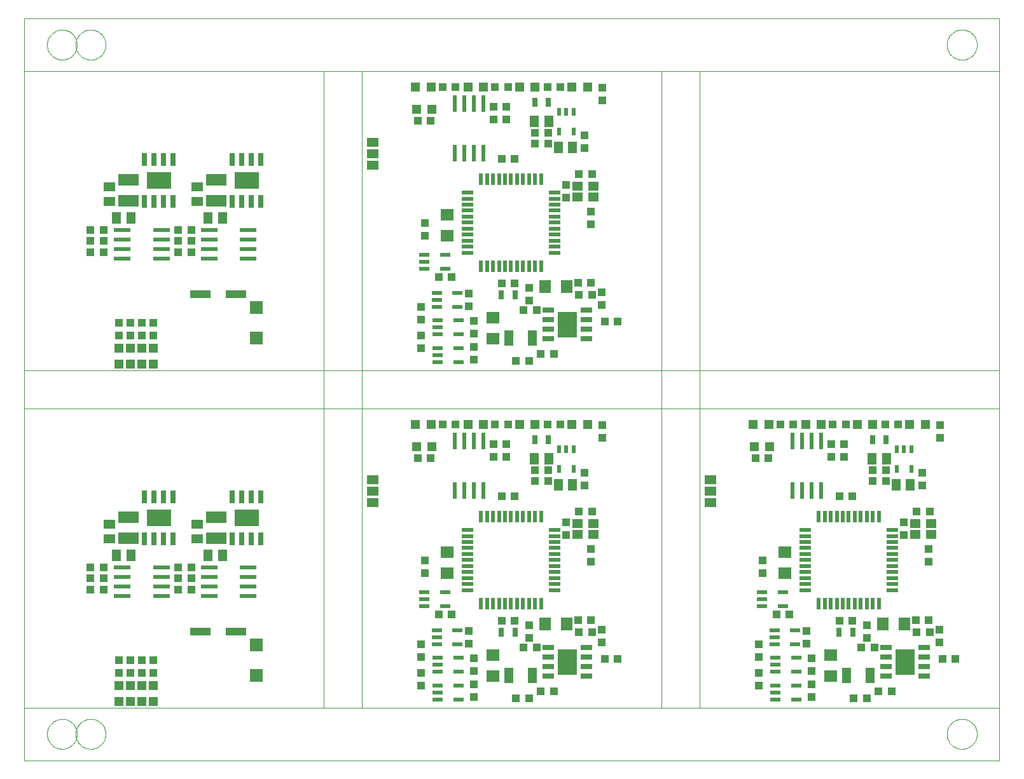
<source format=gbr>
G75*
%MOIN*%
%OFA0B0*%
%FSLAX24Y24*%
%IPPOS*%
%LPD*%
%AMOC8*
5,1,8,0,0,1.08239X$1,22.5*
%
%ADD10C,0.0010*%
%ADD11C,0.0000*%
%ADD12R,0.0591X0.0197*%
%ADD13R,0.0197X0.0591*%
%ADD14R,0.0394X0.0433*%
%ADD15R,0.0433X0.0394*%
%ADD16R,0.0512X0.0591*%
%ADD17R,0.0236X0.0866*%
%ADD18R,0.0709X0.0630*%
%ADD19R,0.0315X0.0472*%
%ADD20R,0.0472X0.0472*%
%ADD21R,0.0630X0.0460*%
%ADD22R,0.0240X0.0390*%
%ADD23R,0.0593X0.0316*%
%ADD24R,0.1029X0.1378*%
%ADD25R,0.0630X0.0709*%
%ADD26R,0.0472X0.0787*%
%ADD27R,0.0551X0.0472*%
%ADD28R,0.0520X0.0220*%
%ADD29R,0.0669X0.0709*%
%ADD30R,0.0256X0.0689*%
%ADD31R,0.1260X0.0906*%
%ADD32R,0.0630X0.0512*%
%ADD33R,0.0866X0.0236*%
%ADD34R,0.1063X0.0630*%
%ADD35R,0.1102X0.0394*%
%ADD36R,0.0512X0.0630*%
D10*
X000233Y000105D02*
X000233Y002865D01*
X035633Y002865D01*
X035633Y018565D01*
X035633Y020565D01*
X035633Y036265D01*
X051333Y036265D01*
X051333Y020565D01*
X035633Y020565D01*
X033633Y020565D01*
X033633Y018565D01*
X035633Y018565D01*
X051333Y018565D01*
X051333Y020565D01*
X051333Y018565D02*
X051333Y002865D01*
X051333Y000105D01*
X000233Y000105D01*
X000233Y002865D02*
X000233Y018565D01*
X015933Y018565D01*
X015933Y020565D01*
X000233Y020565D01*
X000233Y018565D01*
X000233Y020565D02*
X000233Y036265D01*
X000233Y039025D01*
X000233Y036265D02*
X000233Y036265D01*
X015933Y036265D01*
X035633Y036265D01*
X033633Y036265D02*
X033633Y020565D01*
X017933Y020565D01*
X017933Y018575D01*
X017933Y018565D02*
X015933Y018565D01*
X015933Y002865D01*
X000233Y002865D01*
X017933Y002865D02*
X017933Y018565D01*
X033633Y018565D01*
X033633Y002865D01*
X017933Y002865D01*
X035633Y002865D02*
X051333Y002865D01*
X017933Y020565D02*
X015933Y020565D01*
X015933Y036265D01*
X017933Y036265D02*
X033633Y036265D01*
X017933Y036265D02*
X017933Y020565D01*
X051333Y036265D02*
X051333Y039025D01*
D11*
X000233Y039025D01*
X001416Y037645D02*
X001418Y037701D01*
X001424Y037756D01*
X001434Y037810D01*
X001447Y037864D01*
X001465Y037917D01*
X001486Y037968D01*
X001510Y038018D01*
X001538Y038066D01*
X001570Y038112D01*
X001604Y038156D01*
X001642Y038197D01*
X001682Y038235D01*
X001725Y038270D01*
X001770Y038302D01*
X001818Y038331D01*
X001867Y038357D01*
X001918Y038379D01*
X001970Y038397D01*
X002024Y038411D01*
X002079Y038422D01*
X002134Y038429D01*
X002189Y038432D01*
X002245Y038431D01*
X002300Y038426D01*
X002355Y038417D01*
X002409Y038405D01*
X002462Y038388D01*
X002514Y038368D01*
X002564Y038344D01*
X002612Y038317D01*
X002659Y038287D01*
X002703Y038253D01*
X002745Y038216D01*
X002783Y038176D01*
X002820Y038134D01*
X002853Y038089D01*
X002882Y038043D01*
X002909Y037994D01*
X002931Y037943D01*
X002951Y037891D01*
X002966Y037837D01*
X002978Y037783D01*
X002986Y037728D01*
X002990Y037673D01*
X002990Y037617D01*
X002986Y037562D01*
X002978Y037507D01*
X002966Y037453D01*
X002951Y037399D01*
X002931Y037347D01*
X002909Y037296D01*
X002882Y037247D01*
X002853Y037201D01*
X002820Y037156D01*
X002783Y037114D01*
X002745Y037074D01*
X002703Y037037D01*
X002659Y037003D01*
X002612Y036973D01*
X002564Y036946D01*
X002514Y036922D01*
X002462Y036902D01*
X002409Y036885D01*
X002355Y036873D01*
X002300Y036864D01*
X002245Y036859D01*
X002189Y036858D01*
X002134Y036861D01*
X002079Y036868D01*
X002024Y036879D01*
X001970Y036893D01*
X001918Y036911D01*
X001867Y036933D01*
X001818Y036959D01*
X001770Y036988D01*
X001725Y037020D01*
X001682Y037055D01*
X001642Y037093D01*
X001604Y037134D01*
X001570Y037178D01*
X001538Y037224D01*
X001510Y037272D01*
X001486Y037322D01*
X001465Y037373D01*
X001447Y037426D01*
X001434Y037480D01*
X001424Y037534D01*
X001418Y037589D01*
X001416Y037645D01*
X002912Y037645D02*
X002914Y037701D01*
X002920Y037756D01*
X002930Y037810D01*
X002943Y037864D01*
X002961Y037917D01*
X002982Y037968D01*
X003006Y038018D01*
X003034Y038066D01*
X003066Y038112D01*
X003100Y038156D01*
X003138Y038197D01*
X003178Y038235D01*
X003221Y038270D01*
X003266Y038302D01*
X003314Y038331D01*
X003363Y038357D01*
X003414Y038379D01*
X003466Y038397D01*
X003520Y038411D01*
X003575Y038422D01*
X003630Y038429D01*
X003685Y038432D01*
X003741Y038431D01*
X003796Y038426D01*
X003851Y038417D01*
X003905Y038405D01*
X003958Y038388D01*
X004010Y038368D01*
X004060Y038344D01*
X004108Y038317D01*
X004155Y038287D01*
X004199Y038253D01*
X004241Y038216D01*
X004279Y038176D01*
X004316Y038134D01*
X004349Y038089D01*
X004378Y038043D01*
X004405Y037994D01*
X004427Y037943D01*
X004447Y037891D01*
X004462Y037837D01*
X004474Y037783D01*
X004482Y037728D01*
X004486Y037673D01*
X004486Y037617D01*
X004482Y037562D01*
X004474Y037507D01*
X004462Y037453D01*
X004447Y037399D01*
X004427Y037347D01*
X004405Y037296D01*
X004378Y037247D01*
X004349Y037201D01*
X004316Y037156D01*
X004279Y037114D01*
X004241Y037074D01*
X004199Y037037D01*
X004155Y037003D01*
X004108Y036973D01*
X004060Y036946D01*
X004010Y036922D01*
X003958Y036902D01*
X003905Y036885D01*
X003851Y036873D01*
X003796Y036864D01*
X003741Y036859D01*
X003685Y036858D01*
X003630Y036861D01*
X003575Y036868D01*
X003520Y036879D01*
X003466Y036893D01*
X003414Y036911D01*
X003363Y036933D01*
X003314Y036959D01*
X003266Y036988D01*
X003221Y037020D01*
X003178Y037055D01*
X003138Y037093D01*
X003100Y037134D01*
X003066Y037178D01*
X003034Y037224D01*
X003006Y037272D01*
X002982Y037322D01*
X002961Y037373D01*
X002943Y037426D01*
X002930Y037480D01*
X002920Y037534D01*
X002914Y037589D01*
X002912Y037645D01*
X048577Y037645D02*
X048579Y037701D01*
X048585Y037756D01*
X048595Y037810D01*
X048608Y037864D01*
X048626Y037917D01*
X048647Y037968D01*
X048671Y038018D01*
X048699Y038066D01*
X048731Y038112D01*
X048765Y038156D01*
X048803Y038197D01*
X048843Y038235D01*
X048886Y038270D01*
X048931Y038302D01*
X048979Y038331D01*
X049028Y038357D01*
X049079Y038379D01*
X049131Y038397D01*
X049185Y038411D01*
X049240Y038422D01*
X049295Y038429D01*
X049350Y038432D01*
X049406Y038431D01*
X049461Y038426D01*
X049516Y038417D01*
X049570Y038405D01*
X049623Y038388D01*
X049675Y038368D01*
X049725Y038344D01*
X049773Y038317D01*
X049820Y038287D01*
X049864Y038253D01*
X049906Y038216D01*
X049944Y038176D01*
X049981Y038134D01*
X050014Y038089D01*
X050043Y038043D01*
X050070Y037994D01*
X050092Y037943D01*
X050112Y037891D01*
X050127Y037837D01*
X050139Y037783D01*
X050147Y037728D01*
X050151Y037673D01*
X050151Y037617D01*
X050147Y037562D01*
X050139Y037507D01*
X050127Y037453D01*
X050112Y037399D01*
X050092Y037347D01*
X050070Y037296D01*
X050043Y037247D01*
X050014Y037201D01*
X049981Y037156D01*
X049944Y037114D01*
X049906Y037074D01*
X049864Y037037D01*
X049820Y037003D01*
X049773Y036973D01*
X049725Y036946D01*
X049675Y036922D01*
X049623Y036902D01*
X049570Y036885D01*
X049516Y036873D01*
X049461Y036864D01*
X049406Y036859D01*
X049350Y036858D01*
X049295Y036861D01*
X049240Y036868D01*
X049185Y036879D01*
X049131Y036893D01*
X049079Y036911D01*
X049028Y036933D01*
X048979Y036959D01*
X048931Y036988D01*
X048886Y037020D01*
X048843Y037055D01*
X048803Y037093D01*
X048765Y037134D01*
X048731Y037178D01*
X048699Y037224D01*
X048671Y037272D01*
X048647Y037322D01*
X048626Y037373D01*
X048608Y037426D01*
X048595Y037480D01*
X048585Y037534D01*
X048579Y037589D01*
X048577Y037645D01*
X048577Y001489D02*
X048579Y001545D01*
X048585Y001600D01*
X048595Y001654D01*
X048608Y001708D01*
X048626Y001761D01*
X048647Y001812D01*
X048671Y001862D01*
X048699Y001910D01*
X048731Y001956D01*
X048765Y002000D01*
X048803Y002041D01*
X048843Y002079D01*
X048886Y002114D01*
X048931Y002146D01*
X048979Y002175D01*
X049028Y002201D01*
X049079Y002223D01*
X049131Y002241D01*
X049185Y002255D01*
X049240Y002266D01*
X049295Y002273D01*
X049350Y002276D01*
X049406Y002275D01*
X049461Y002270D01*
X049516Y002261D01*
X049570Y002249D01*
X049623Y002232D01*
X049675Y002212D01*
X049725Y002188D01*
X049773Y002161D01*
X049820Y002131D01*
X049864Y002097D01*
X049906Y002060D01*
X049944Y002020D01*
X049981Y001978D01*
X050014Y001933D01*
X050043Y001887D01*
X050070Y001838D01*
X050092Y001787D01*
X050112Y001735D01*
X050127Y001681D01*
X050139Y001627D01*
X050147Y001572D01*
X050151Y001517D01*
X050151Y001461D01*
X050147Y001406D01*
X050139Y001351D01*
X050127Y001297D01*
X050112Y001243D01*
X050092Y001191D01*
X050070Y001140D01*
X050043Y001091D01*
X050014Y001045D01*
X049981Y001000D01*
X049944Y000958D01*
X049906Y000918D01*
X049864Y000881D01*
X049820Y000847D01*
X049773Y000817D01*
X049725Y000790D01*
X049675Y000766D01*
X049623Y000746D01*
X049570Y000729D01*
X049516Y000717D01*
X049461Y000708D01*
X049406Y000703D01*
X049350Y000702D01*
X049295Y000705D01*
X049240Y000712D01*
X049185Y000723D01*
X049131Y000737D01*
X049079Y000755D01*
X049028Y000777D01*
X048979Y000803D01*
X048931Y000832D01*
X048886Y000864D01*
X048843Y000899D01*
X048803Y000937D01*
X048765Y000978D01*
X048731Y001022D01*
X048699Y001068D01*
X048671Y001116D01*
X048647Y001166D01*
X048626Y001217D01*
X048608Y001270D01*
X048595Y001324D01*
X048585Y001378D01*
X048579Y001433D01*
X048577Y001489D01*
X002912Y001489D02*
X002914Y001545D01*
X002920Y001600D01*
X002930Y001654D01*
X002943Y001708D01*
X002961Y001761D01*
X002982Y001812D01*
X003006Y001862D01*
X003034Y001910D01*
X003066Y001956D01*
X003100Y002000D01*
X003138Y002041D01*
X003178Y002079D01*
X003221Y002114D01*
X003266Y002146D01*
X003314Y002175D01*
X003363Y002201D01*
X003414Y002223D01*
X003466Y002241D01*
X003520Y002255D01*
X003575Y002266D01*
X003630Y002273D01*
X003685Y002276D01*
X003741Y002275D01*
X003796Y002270D01*
X003851Y002261D01*
X003905Y002249D01*
X003958Y002232D01*
X004010Y002212D01*
X004060Y002188D01*
X004108Y002161D01*
X004155Y002131D01*
X004199Y002097D01*
X004241Y002060D01*
X004279Y002020D01*
X004316Y001978D01*
X004349Y001933D01*
X004378Y001887D01*
X004405Y001838D01*
X004427Y001787D01*
X004447Y001735D01*
X004462Y001681D01*
X004474Y001627D01*
X004482Y001572D01*
X004486Y001517D01*
X004486Y001461D01*
X004482Y001406D01*
X004474Y001351D01*
X004462Y001297D01*
X004447Y001243D01*
X004427Y001191D01*
X004405Y001140D01*
X004378Y001091D01*
X004349Y001045D01*
X004316Y001000D01*
X004279Y000958D01*
X004241Y000918D01*
X004199Y000881D01*
X004155Y000847D01*
X004108Y000817D01*
X004060Y000790D01*
X004010Y000766D01*
X003958Y000746D01*
X003905Y000729D01*
X003851Y000717D01*
X003796Y000708D01*
X003741Y000703D01*
X003685Y000702D01*
X003630Y000705D01*
X003575Y000712D01*
X003520Y000723D01*
X003466Y000737D01*
X003414Y000755D01*
X003363Y000777D01*
X003314Y000803D01*
X003266Y000832D01*
X003221Y000864D01*
X003178Y000899D01*
X003138Y000937D01*
X003100Y000978D01*
X003066Y001022D01*
X003034Y001068D01*
X003006Y001116D01*
X002982Y001166D01*
X002961Y001217D01*
X002943Y001270D01*
X002930Y001324D01*
X002920Y001378D01*
X002914Y001433D01*
X002912Y001489D01*
X001416Y001489D02*
X001418Y001545D01*
X001424Y001600D01*
X001434Y001654D01*
X001447Y001708D01*
X001465Y001761D01*
X001486Y001812D01*
X001510Y001862D01*
X001538Y001910D01*
X001570Y001956D01*
X001604Y002000D01*
X001642Y002041D01*
X001682Y002079D01*
X001725Y002114D01*
X001770Y002146D01*
X001818Y002175D01*
X001867Y002201D01*
X001918Y002223D01*
X001970Y002241D01*
X002024Y002255D01*
X002079Y002266D01*
X002134Y002273D01*
X002189Y002276D01*
X002245Y002275D01*
X002300Y002270D01*
X002355Y002261D01*
X002409Y002249D01*
X002462Y002232D01*
X002514Y002212D01*
X002564Y002188D01*
X002612Y002161D01*
X002659Y002131D01*
X002703Y002097D01*
X002745Y002060D01*
X002783Y002020D01*
X002820Y001978D01*
X002853Y001933D01*
X002882Y001887D01*
X002909Y001838D01*
X002931Y001787D01*
X002951Y001735D01*
X002966Y001681D01*
X002978Y001627D01*
X002986Y001572D01*
X002990Y001517D01*
X002990Y001461D01*
X002986Y001406D01*
X002978Y001351D01*
X002966Y001297D01*
X002951Y001243D01*
X002931Y001191D01*
X002909Y001140D01*
X002882Y001091D01*
X002853Y001045D01*
X002820Y001000D01*
X002783Y000958D01*
X002745Y000918D01*
X002703Y000881D01*
X002659Y000847D01*
X002612Y000817D01*
X002564Y000790D01*
X002514Y000766D01*
X002462Y000746D01*
X002409Y000729D01*
X002355Y000717D01*
X002300Y000708D01*
X002245Y000703D01*
X002189Y000702D01*
X002134Y000705D01*
X002079Y000712D01*
X002024Y000723D01*
X001970Y000737D01*
X001918Y000755D01*
X001867Y000777D01*
X001818Y000803D01*
X001770Y000832D01*
X001725Y000864D01*
X001682Y000899D01*
X001642Y000937D01*
X001604Y000978D01*
X001570Y001022D01*
X001538Y001068D01*
X001510Y001116D01*
X001486Y001166D01*
X001465Y001217D01*
X001447Y001270D01*
X001434Y001324D01*
X001424Y001378D01*
X001418Y001433D01*
X001416Y001489D01*
D12*
X023450Y009040D03*
X023450Y009355D03*
X023450Y009670D03*
X023450Y009985D03*
X023450Y010300D03*
X023450Y010615D03*
X023450Y010930D03*
X023450Y011245D03*
X023450Y011560D03*
X023450Y011875D03*
X023450Y012190D03*
X028017Y012190D03*
X028017Y011875D03*
X028017Y011560D03*
X028017Y011245D03*
X028017Y010930D03*
X028017Y010615D03*
X028017Y010300D03*
X028017Y009985D03*
X028017Y009670D03*
X028017Y009355D03*
X028017Y009040D03*
X041150Y009040D03*
X041150Y009355D03*
X041150Y009670D03*
X041150Y009985D03*
X041150Y010300D03*
X041150Y010615D03*
X041150Y010930D03*
X041150Y011245D03*
X041150Y011560D03*
X041150Y011875D03*
X041150Y012190D03*
X045717Y012190D03*
X045717Y011875D03*
X045717Y011560D03*
X045717Y011245D03*
X045717Y010930D03*
X045717Y010615D03*
X045717Y010300D03*
X045717Y009985D03*
X045717Y009670D03*
X045717Y009355D03*
X045717Y009040D03*
X028017Y026740D03*
X028017Y027055D03*
X028017Y027370D03*
X028017Y027685D03*
X028017Y028000D03*
X028017Y028315D03*
X028017Y028630D03*
X028017Y028945D03*
X028017Y029260D03*
X028017Y029575D03*
X028017Y029890D03*
X023450Y029890D03*
X023450Y029575D03*
X023450Y029260D03*
X023450Y028945D03*
X023450Y028630D03*
X023450Y028315D03*
X023450Y028000D03*
X023450Y027685D03*
X023450Y027370D03*
X023450Y027055D03*
X023450Y026740D03*
D13*
X024159Y026032D03*
X024473Y026032D03*
X024788Y026032D03*
X025103Y026032D03*
X025418Y026032D03*
X025733Y026032D03*
X026048Y026032D03*
X026363Y026032D03*
X026678Y026032D03*
X026993Y026032D03*
X027308Y026032D03*
X027308Y030598D03*
X026993Y030598D03*
X026678Y030598D03*
X026363Y030598D03*
X026048Y030598D03*
X025733Y030598D03*
X025418Y030598D03*
X025103Y030598D03*
X024788Y030598D03*
X024473Y030598D03*
X024159Y030598D03*
X024159Y012898D03*
X024473Y012898D03*
X024788Y012898D03*
X025103Y012898D03*
X025418Y012898D03*
X025733Y012898D03*
X026048Y012898D03*
X026363Y012898D03*
X026678Y012898D03*
X026993Y012898D03*
X027308Y012898D03*
X027308Y008332D03*
X026993Y008332D03*
X026678Y008332D03*
X026363Y008332D03*
X026048Y008332D03*
X025733Y008332D03*
X025418Y008332D03*
X025103Y008332D03*
X024788Y008332D03*
X024473Y008332D03*
X024159Y008332D03*
X041859Y008332D03*
X042173Y008332D03*
X042488Y008332D03*
X042803Y008332D03*
X043118Y008332D03*
X043433Y008332D03*
X043748Y008332D03*
X044063Y008332D03*
X044378Y008332D03*
X044693Y008332D03*
X045008Y008332D03*
X045008Y012898D03*
X044693Y012898D03*
X044378Y012898D03*
X044063Y012898D03*
X043748Y012898D03*
X043433Y012898D03*
X043118Y012898D03*
X042803Y012898D03*
X042488Y012898D03*
X042173Y012898D03*
X041859Y012898D03*
D14*
X044699Y014765D03*
X045368Y014765D03*
X046333Y012600D03*
X046333Y011930D03*
X047633Y011200D03*
X047633Y010530D03*
X047618Y007465D03*
X046949Y007465D03*
X048183Y006950D03*
X048183Y006280D03*
X048349Y005415D03*
X049018Y005415D03*
X045668Y003715D03*
X044999Y003715D03*
X044368Y003365D03*
X043699Y003365D03*
X041483Y003430D03*
X041483Y004100D03*
X041483Y004780D03*
X041483Y005450D03*
X041233Y006230D03*
X041233Y006900D03*
X038933Y009930D03*
X038933Y010600D03*
X039218Y015965D03*
X038549Y015965D03*
X039849Y017715D03*
X040518Y017715D03*
X042599Y017715D03*
X043268Y017715D03*
X045349Y017715D03*
X046018Y017715D03*
X031318Y023115D03*
X030649Y023115D03*
X030483Y023980D03*
X030483Y024650D03*
X029918Y025165D03*
X029249Y025165D03*
X029933Y028230D03*
X029933Y028900D03*
X028633Y029630D03*
X028633Y030300D03*
X027668Y032465D03*
X026999Y032465D03*
X027649Y035415D03*
X028318Y035415D03*
X025568Y035415D03*
X024899Y035415D03*
X022818Y035415D03*
X022149Y035415D03*
X021518Y033665D03*
X020849Y033665D03*
X021233Y028300D03*
X021233Y027630D03*
X023533Y024600D03*
X023533Y023930D03*
X023783Y023150D03*
X023783Y022480D03*
X023783Y021800D03*
X023783Y021130D03*
X025999Y021065D03*
X026668Y021065D03*
X027299Y021415D03*
X027968Y021415D03*
X027649Y017715D03*
X028318Y017715D03*
X025568Y017715D03*
X024899Y017715D03*
X022818Y017715D03*
X022149Y017715D03*
X021518Y015965D03*
X020849Y015965D03*
X026999Y014765D03*
X027668Y014765D03*
X028633Y012600D03*
X028633Y011930D03*
X029933Y011200D03*
X029933Y010530D03*
X029918Y007465D03*
X030483Y006950D03*
X030483Y006280D03*
X030649Y005415D03*
X031318Y005415D03*
X029249Y007465D03*
X027968Y003715D03*
X027299Y003715D03*
X026668Y003365D03*
X025999Y003365D03*
X023783Y003430D03*
X023783Y004100D03*
X023783Y004780D03*
X023783Y005450D03*
X023533Y006230D03*
X023533Y006900D03*
X021233Y009930D03*
X021233Y010600D03*
X008968Y009665D03*
X008968Y009065D03*
X008299Y009065D03*
X008299Y009665D03*
X004368Y009665D03*
X004368Y009065D03*
X003699Y009065D03*
X003699Y009665D03*
X003699Y026765D03*
X003699Y027365D03*
X004368Y027365D03*
X004368Y026765D03*
X008299Y026765D03*
X008968Y026765D03*
X008968Y027365D03*
X008299Y027365D03*
D15*
X008299Y027915D03*
X008968Y027915D03*
X004368Y027915D03*
X003699Y027915D03*
X005183Y023050D03*
X005783Y023050D03*
X006383Y023050D03*
X006983Y023050D03*
X006983Y022380D03*
X006383Y022380D03*
X005783Y022380D03*
X005183Y022380D03*
X021033Y022400D03*
X021033Y021730D03*
X021033Y023230D03*
X021033Y023900D03*
X021949Y025465D03*
X022618Y025465D03*
X025249Y025115D03*
X025918Y025115D03*
X026683Y024900D03*
X026683Y024230D03*
X026399Y023715D03*
X027068Y023715D03*
X029299Y024515D03*
X029968Y024515D03*
X029968Y030865D03*
X029299Y030865D03*
X029583Y032230D03*
X029583Y032900D03*
X027668Y033015D03*
X026999Y033015D03*
X025483Y033730D03*
X024833Y033730D03*
X024833Y034400D03*
X025483Y034400D03*
X025249Y031665D03*
X025918Y031665D03*
X030533Y034730D03*
X030533Y035400D03*
X030533Y017700D03*
X030533Y017030D03*
X029583Y015200D03*
X029583Y014530D03*
X029299Y013165D03*
X029968Y013165D03*
X027668Y015315D03*
X026999Y015315D03*
X025483Y016030D03*
X024833Y016030D03*
X024833Y016700D03*
X025483Y016700D03*
X025249Y013965D03*
X025918Y013965D03*
X022618Y007765D03*
X021949Y007765D03*
X021033Y006200D03*
X021033Y005530D03*
X021033Y004700D03*
X021033Y004030D03*
X025249Y007415D03*
X025918Y007415D03*
X026683Y007200D03*
X026683Y006530D03*
X026399Y006015D03*
X027068Y006015D03*
X029299Y006815D03*
X029968Y006815D03*
X038733Y006200D03*
X038733Y005530D03*
X038733Y004700D03*
X038733Y004030D03*
X042949Y007415D03*
X043618Y007415D03*
X044383Y007200D03*
X044383Y006530D03*
X044099Y006015D03*
X044768Y006015D03*
X046999Y006815D03*
X047668Y006815D03*
X040318Y007765D03*
X039649Y007765D03*
X046999Y013165D03*
X047668Y013165D03*
X047283Y014530D03*
X047283Y015200D03*
X045368Y015315D03*
X044699Y015315D03*
X043183Y016030D03*
X042533Y016030D03*
X042533Y016700D03*
X043183Y016700D03*
X042949Y013965D03*
X043618Y013965D03*
X048233Y017030D03*
X048233Y017700D03*
X008968Y010215D03*
X008299Y010215D03*
X004368Y010215D03*
X003699Y010215D03*
X005183Y005350D03*
X005783Y005350D03*
X006383Y005350D03*
X006983Y005350D03*
X006983Y004680D03*
X006383Y004680D03*
X005783Y004680D03*
X005183Y004680D03*
D16*
X026959Y015915D03*
X027707Y015915D03*
X028209Y014565D03*
X028957Y014565D03*
X044659Y015915D03*
X045407Y015915D03*
X045909Y014565D03*
X046657Y014565D03*
X028957Y032265D03*
X028209Y032265D03*
X027707Y033615D03*
X026959Y033615D03*
D17*
X024283Y034576D03*
X023783Y034576D03*
X023283Y034576D03*
X022783Y034576D03*
X022783Y031954D03*
X023283Y031954D03*
X023783Y031954D03*
X024283Y031954D03*
X024283Y016876D03*
X023783Y016876D03*
X023283Y016876D03*
X022783Y016876D03*
X022783Y014254D03*
X023283Y014254D03*
X023783Y014254D03*
X024283Y014254D03*
X040483Y014254D03*
X040983Y014254D03*
X041483Y014254D03*
X041983Y014254D03*
X041983Y016876D03*
X041483Y016876D03*
X040983Y016876D03*
X040483Y016876D03*
D18*
X040083Y011016D03*
X040083Y009914D03*
X042483Y005616D03*
X042483Y004514D03*
X024783Y004514D03*
X024783Y005616D03*
X022383Y009914D03*
X022383Y011016D03*
X024783Y022214D03*
X024783Y023316D03*
X022383Y027614D03*
X022383Y028716D03*
D19*
X025229Y024515D03*
X025938Y024515D03*
X026979Y016915D03*
X027688Y016915D03*
X025938Y006815D03*
X025229Y006815D03*
X042929Y006815D03*
X043638Y006815D03*
X044679Y016915D03*
X045388Y016915D03*
X027688Y034615D03*
X026979Y034615D03*
D20*
X026997Y035415D03*
X026170Y035415D03*
X024297Y035415D03*
X023470Y035415D03*
X021547Y035415D03*
X020720Y035415D03*
X020770Y034265D03*
X021597Y034265D03*
X028920Y035415D03*
X029747Y035415D03*
X006983Y021728D03*
X006383Y021728D03*
X005783Y021728D03*
X005183Y021728D03*
X005183Y020902D03*
X005783Y020902D03*
X006383Y020902D03*
X006983Y020902D03*
X020720Y017715D03*
X021547Y017715D03*
X021597Y016565D03*
X020770Y016565D03*
X023470Y017715D03*
X024297Y017715D03*
X026170Y017715D03*
X026997Y017715D03*
X028920Y017715D03*
X029747Y017715D03*
X038420Y017715D03*
X039247Y017715D03*
X039297Y016565D03*
X038470Y016565D03*
X041170Y017715D03*
X041997Y017715D03*
X043870Y017715D03*
X044697Y017715D03*
X046620Y017715D03*
X047447Y017715D03*
X006983Y004028D03*
X006383Y004028D03*
X005783Y004028D03*
X005183Y004028D03*
X005183Y003202D03*
X005783Y003202D03*
X006383Y003202D03*
X006983Y003202D03*
D21*
X018483Y013615D03*
X018483Y014215D03*
X018483Y014815D03*
X036183Y014815D03*
X036183Y014215D03*
X036183Y013615D03*
X018483Y031315D03*
X018483Y031915D03*
X018483Y032515D03*
D22*
X028263Y033100D03*
X029003Y033100D03*
X029003Y034130D03*
X028633Y034130D03*
X028263Y034130D03*
X028263Y016430D03*
X028633Y016430D03*
X029003Y016430D03*
X029003Y015400D03*
X028263Y015400D03*
X045963Y015400D03*
X046703Y015400D03*
X046703Y016430D03*
X046333Y016430D03*
X045963Y016430D03*
D23*
X045383Y006015D03*
X045383Y005515D03*
X045383Y005015D03*
X045383Y004515D03*
X047383Y004515D03*
X047383Y005015D03*
X047383Y005515D03*
X047383Y006015D03*
X029683Y006015D03*
X029683Y005515D03*
X029683Y005015D03*
X029683Y004515D03*
X027683Y004515D03*
X027683Y005015D03*
X027683Y005515D03*
X027683Y006015D03*
X027683Y022215D03*
X027683Y022715D03*
X027683Y023215D03*
X027683Y023715D03*
X029683Y023715D03*
X029683Y023215D03*
X029683Y022715D03*
X029683Y022215D03*
D24*
X028683Y022965D03*
X028683Y005265D03*
X046383Y005265D03*
D25*
X046335Y007265D03*
X045232Y007265D03*
X028635Y007265D03*
X027532Y007265D03*
X027532Y024965D03*
X028635Y024965D03*
D26*
X026863Y022265D03*
X025603Y022265D03*
X025603Y004565D03*
X026863Y004565D03*
X043303Y004565D03*
X044563Y004565D03*
D27*
X046900Y011950D03*
X046900Y012541D03*
X047766Y012541D03*
X047766Y011950D03*
X030066Y011950D03*
X030066Y012541D03*
X029200Y012541D03*
X029200Y011950D03*
X029200Y029650D03*
X029200Y030241D03*
X030066Y030241D03*
X030066Y029650D03*
D28*
X022923Y024635D03*
X022923Y023895D03*
X022973Y023185D03*
X022973Y022445D03*
X022973Y021735D03*
X022973Y020995D03*
X021893Y020995D03*
X021893Y021365D03*
X021893Y021735D03*
X021893Y022445D03*
X021893Y022815D03*
X021893Y023185D03*
X021843Y023895D03*
X021843Y024265D03*
X021843Y024635D03*
X022273Y025895D03*
X022273Y026635D03*
X021193Y026635D03*
X021193Y026265D03*
X021193Y025895D03*
X021193Y008935D03*
X021193Y008565D03*
X021193Y008195D03*
X022273Y008195D03*
X022273Y008935D03*
X021843Y006935D03*
X021843Y006565D03*
X021843Y006195D03*
X021893Y005485D03*
X021893Y005115D03*
X021893Y004745D03*
X021893Y004035D03*
X021893Y003665D03*
X021893Y003295D03*
X022973Y003295D03*
X022973Y004035D03*
X022973Y004745D03*
X022973Y005485D03*
X022923Y006195D03*
X022923Y006935D03*
X038893Y008195D03*
X038893Y008565D03*
X038893Y008935D03*
X039973Y008935D03*
X039973Y008195D03*
X039543Y006935D03*
X039543Y006565D03*
X039543Y006195D03*
X039593Y005485D03*
X039593Y005115D03*
X039593Y004745D03*
X039593Y004035D03*
X039593Y003665D03*
X039593Y003295D03*
X040673Y003295D03*
X040673Y004035D03*
X040673Y004745D03*
X040673Y005485D03*
X040623Y006195D03*
X040623Y006935D03*
D29*
X012383Y006172D03*
X012383Y004558D03*
X012383Y022258D03*
X012383Y023872D03*
D30*
X012133Y029413D03*
X011633Y029413D03*
X011133Y029413D03*
X012633Y029413D03*
X012633Y031617D03*
X012133Y031617D03*
X011633Y031617D03*
X011133Y031617D03*
X008033Y031617D03*
X007533Y031617D03*
X007033Y031617D03*
X006533Y031617D03*
X006533Y029413D03*
X007033Y029413D03*
X007533Y029413D03*
X008033Y029413D03*
X008033Y013917D03*
X007533Y013917D03*
X007033Y013917D03*
X006533Y013917D03*
X006533Y011713D03*
X007033Y011713D03*
X007533Y011713D03*
X008033Y011713D03*
X011133Y011713D03*
X011633Y011713D03*
X012133Y011713D03*
X012633Y011713D03*
X012633Y013917D03*
X012133Y013917D03*
X011633Y013917D03*
X011133Y013917D03*
D31*
X011883Y012815D03*
X007283Y012815D03*
X007283Y030515D03*
X011883Y030515D03*
D32*
X009283Y030209D03*
X009283Y029421D03*
X004683Y029421D03*
X004683Y030209D03*
X004683Y012509D03*
X004683Y011721D03*
X009283Y011721D03*
X009283Y012509D03*
D33*
X009910Y010215D03*
X009910Y009715D03*
X009910Y009215D03*
X009910Y008715D03*
X011957Y008715D03*
X011957Y009215D03*
X011957Y009715D03*
X011957Y010215D03*
X007407Y010215D03*
X007407Y009715D03*
X007407Y009215D03*
X007407Y008715D03*
X005360Y008715D03*
X005360Y009215D03*
X005360Y009715D03*
X005360Y010215D03*
X005360Y026415D03*
X005360Y026915D03*
X005360Y027415D03*
X005360Y027915D03*
X007407Y027915D03*
X007407Y027415D03*
X007407Y026915D03*
X007407Y026415D03*
X009910Y026415D03*
X009910Y026915D03*
X009910Y027415D03*
X009910Y027915D03*
X011957Y027915D03*
X011957Y027415D03*
X011957Y026915D03*
X011957Y026415D03*
D34*
X010283Y029464D03*
X010283Y030566D03*
X005683Y030566D03*
X005683Y029464D03*
X005683Y012866D03*
X005683Y011764D03*
X010283Y011764D03*
X010283Y012866D03*
D35*
X009458Y006865D03*
X011309Y006865D03*
X011309Y024565D03*
X009458Y024565D03*
D36*
X009840Y028565D03*
X010627Y028565D03*
X005827Y028565D03*
X005040Y028565D03*
X005040Y010865D03*
X005827Y010865D03*
X009840Y010865D03*
X010627Y010865D03*
M02*

</source>
